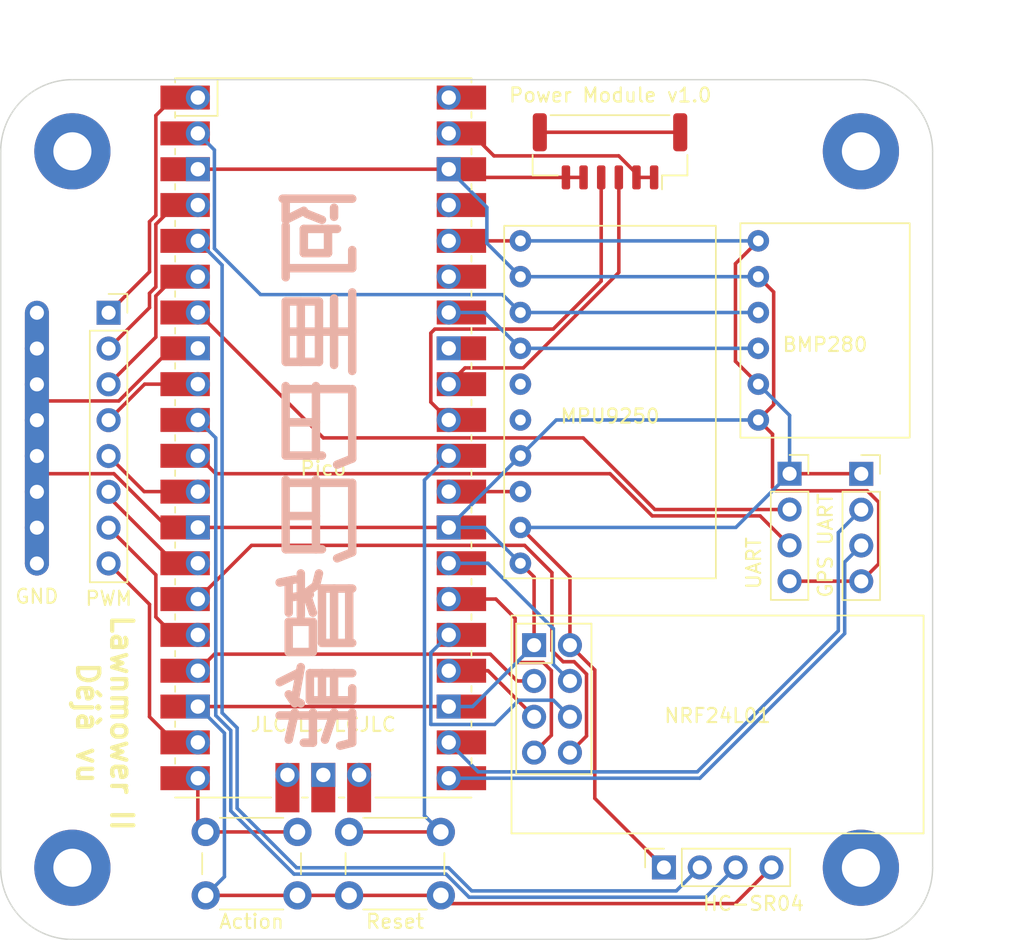
<source format=kicad_pcb>
(kicad_pcb (version 20211014) (generator pcbnew)
  (title_block (title "Lawnmower Deja vu"))
  (layers (0 "F.Cu" signal) (31 "B.Cu" signal) (34 "B.Paste" user) (35 "F.Paste" user) (36 "B.SilkS" user "B.Silkscreen") (37 "F.SilkS" user "F.Silkscreen") (38 "B.Mask" user) (39 "F.Mask" user) (44 "Edge.Cuts" user))
  (net 0 "")
  (net 1 "Net-(J4-Pad2)")
  (net 2 "Net-(J5-Pad3)")
  (net 3 "GND")
  (net 4 "+3.3V")
  (net 5 "Net-(U1-Pad15)")
  (net 6 "Net-(U1-Pad17)")
  (net 7 "Net-(J5-Pad1)")
  (net 8 "SCL")
  (net 9 "Net-(J6-Pad2)")
  (net 10 "Net-(J3-Pad2)")
  (net 11 "Net-(J6-Pad3)")
  (net 12 "Net-(U1-Pad26)")
  (net 13 "Net-(U1-Pad24)")
  (net 14 "Net-(U1-Pad25)")
  (net 15 "Net-(U1-Pad29)")
  (net 16 "Net-(J3-Pad3)")
  (net 18 "Net-(J4-Pad3)")
  (net 21 "Net-(U1-Pad27)")
  (net 26 "Net-(SW1-Pad1)")
  (net 27 "SDA")
  (net 28 "Net-(J2-Pad2)")
  (net 29 "Net-(J2-Pad3)")
  (net 32 "Net-(J3-Pad1)")
  (net 33 "Net-(J3-Pad4)")
  (net 34 "Net-(J3-Pad5)")
  (net 35 "Net-(J3-Pad6)")
  (net 36 "Net-(J3-Pad7)")
  (net 37 "Net-(J3-Pad8)")
  (net 38 "Net-(J5-Pad4)")
  (net 39 "unconnected-(J5-PadMP)")
  (net 40 "Net-(SW2-Pad1)")
  (footprint "MCU_RaspberryPi_and_Boards:BMP280" (layer "F.Cu") (at 180.34 66.04)
    (fp_text reference "U4" hide)
    (fp_text value "BMP280" (at 0 1 unlocked) (layer "F.SilkS"))
    (fp_rect (start -6 -7.6) (end 6 7.6) (layer "F.SilkS") (width 0.12) (fill none))
    (pad "1" thru_hole circle (at -4.73 -6.35) (size 1.524 1.524) (drill 0.762) (layers *.Cu *.Mask) (net 4 "+3.3V"))
    (pad "2" thru_hole circle (at -4.73 -3.81) (size 1.524 1.524) (drill 0.762) (layers *.Cu *.Mask) (net 3 "GND"))
    (pad "3" thru_hole circle (at -4.73 -1.27) (size 1.524 1.524) (drill 0.762) (layers *.Cu *.Mask) (net 8 "SCL"))
    (pad "4" thru_hole circle (at -4.73 1.27) (size 1.524 1.524) (drill 0.762) (layers *.Cu *.Mask) (net 27 "SDA"))
    (pad "5" thru_hole circle (at -4.73 3.81) (size 1.524 1.524) (drill 0.762) (layers *.Cu *.Mask) (net 4 "+3.3V"))
    (pad "6" thru_hole circle (at -4.73 6.35) (size 1.524 1.524) (drill 0.762) (layers *.Cu *.Mask) (net 3 "GND"))
  )
  (footprint "MountingHole:MountingHole_2.7mm_Pad" (layer "F.Cu") (at 127 104.14)
    (fp_text reference "REF**" hide)
    (fp_text value "MountingHole_2.7mm_Pad" hide)
    (pad "1" thru_hole circle locked (at 0 0) (size 5.4 5.4) (drill 2.7) (layers *.Cu *.Mask))
  )
  (footprint "Connector_JST:JST_GH_SM06B-GHS-TB_1x06-1MP_P1.25mm_Horizontal" (layer "F.Cu") (at 165.1 53.34 180)
    (fp_text reference "J5" hide)
    (fp_text value "Power Module v1.0" (at -0.020318 3.982491) (layer "F.SilkS"))
    (fp_line (start -5.485 -1.71) (end -3.685 -1.71) (layer "F.SilkS") (width 0.12))
    (fp_line (start -3.685 -1.71) (end -3.685 -2.7) (layer "F.SilkS") (width 0.12))
    (fp_line (start -4.215 2.56) (end 4.215 2.56) (layer "F.SilkS") (width 0.12))
    (fp_line (start -5.485 -0.26) (end -5.485 -1.71) (layer "F.SilkS") (width 0.12))
    (fp_line (start 5.485 -1.71) (end 3.685 -1.71) (layer "F.SilkS") (width 0.12))
    (fp_line (start 5.485 -0.26) (end 5.485 -1.71) (layer "F.SilkS") (width 0.12))
    (pad "1" smd roundrect (at -3.125 -1.85 180) (size 0.6 1.7) (layers "F.Cu" "F.Paste" "F.Mask") (net 7 "Net-(J5-Pad1)"))
    (pad "2" smd roundrect (at -1.875 -1.85 180) (size 0.6 1.7) (layers "F.Cu" "F.Paste" "F.Mask") (net 7 "Net-(J5-Pad1)"))
    (pad "3" smd roundrect (at -0.625 -1.85 180) (size 0.6 1.7) (layers "F.Cu" "F.Paste" "F.Mask") (net 2 "Net-(J5-Pad3)"))
    (pad "4" smd roundrect (at 0.625 -1.85 180) (size 0.6 1.7) (layers "F.Cu" "F.Paste" "F.Mask") (net 38 "Net-(J5-Pad4)"))
    (pad "5" smd roundrect (at 1.875 -1.85 180) (size 0.6 1.7) (layers "F.Cu" "F.Paste" "F.Mask") (net 3 "GND"))
    (pad "6" smd roundrect (at 3.125 -1.85 180) (size 0.6 1.7) (layers "F.Cu" "F.Paste" "F.Mask") (net 3 "GND"))
    (pad "MP" smd roundrect (at -4.975 1.35 180) (size 1 2.7) (layers "F.Cu" "F.Paste" "F.Mask") (net 39 "unconnected-(J5-PadMP)"))
    (pad "MP" smd roundrect (at 4.975 1.35 180) (size 1 2.7) (layers "F.Cu" "F.Paste" "F.Mask") (net 39 "unconnected-(J5-PadMP)"))
  )
  (footprint "Connector_PinSocket_2.54mm:PinSocket_1x04_P2.54mm_Vertical" (layer "F.Cu") (at 177.825 76.2)
    (fp_text reference "J6" hide)
    (fp_text value "UART" (at -2.54 6.34 90) (layer "F.SilkS"))
    (fp_line (start 1.33 -1.33) (end 1.33 0) (layer "F.SilkS") (width 0.12))
    (fp_line (start -1.33 1.27) (end -1.33 8.95) (layer "F.SilkS") (width 0.12))
    (fp_line (start 1.33 1.27) (end 1.33 8.95) (layer "F.SilkS") (width 0.12))
    (fp_line (start 0 -1.33) (end 1.33 -1.33) (layer "F.SilkS") (width 0.12))
    (fp_line (start -1.33 1.27) (end 1.33 1.27) (layer "F.SilkS") (width 0.12))
    (fp_line (start -1.33 8.95) (end 1.33 8.95) (layer "F.SilkS") (width 0.12))
    (pad "1" thru_hole rect (at 0 0) (size 1.7 1.7) (drill 1) (layers *.Cu *.Mask) (net 4 "+3.3V"))
    (pad "2" thru_hole oval (at 0 2.54) (size 1.7 1.7) (drill 1) (layers *.Cu *.Mask) (net 9 "Net-(J6-Pad2)"))
    (pad "3" thru_hole oval (at 0 5.08) (size 1.7 1.7) (drill 1) (layers *.Cu *.Mask) (net 11 "Net-(J6-Pad3)"))
    (pad "4" thru_hole oval (at 0 7.62) (size 1.7 1.7) (drill 1) (layers *.Cu *.Mask) (net 3 "GND"))
  )
  (footprint "Button_Switch_THT:SW_PUSH_6mm_H8mm" (layer "F.Cu") (at 136.45 101.6)
    (fp_text reference "SW2" hide)
    (fp_text value "Action" (at 3.25 6.35) (layer "F.SilkS"))
    (fp_line (start -0.25 1.5) (end -0.25 3) (layer "F.SilkS") (width 0.12))
    (fp_line (start 6.75 3) (end 6.75 1.5) (layer "F.SilkS") (width 0.12))
    (fp_line (start 5.5 -1) (end 1 -1) (layer "F.SilkS") (width 0.12))
    (fp_line (start 1 5.5) (end 5.5 5.5) (layer "F.SilkS") (width 0.12))
    (pad "1" thru_hole circle locked (at 6.5 0 90) (size 2 2) (drill 1.1) (layers *.Cu *.Mask) (net 40 "Net-(SW2-Pad1)"))
    (pad "1" thru_hole circle locked (at 0 0 90) (size 2 2) (drill 1.1) (layers *.Cu *.Mask) (net 40 "Net-(SW2-Pad1)"))
    (pad "2" thru_hole circle locked (at 6.5 4.5 90) (size 2 2) (drill 1.1) (layers *.Cu *.Mask) (net 3 "GND"))
    (pad "2" thru_hole circle locked (at 0 4.5 90) (size 2 2) (drill 1.1) (layers *.Cu *.Mask) (net 3 "GND"))
  )
  (footprint "Connector_PinSocket_2.54mm:PinSocket_1x08_P2.54mm_Vertical" (layer "F.Cu") (at 129.565 64.785)
    (fp_text reference "J3" hide)
    (fp_text value "PWM" (at 0.009802 20.258339) (layer "F.SilkS"))
    (fp_line (start 1.33 -1.33) (end 1.33 0) (layer "F.SilkS") (width 0.12))
    (fp_line (start -1.33 1.27) (end -1.33 19.11) (layer "F.SilkS") (width 0.12))
    (fp_line (start -1.33 1.27) (end 1.33 1.27) (layer "F.SilkS") (width 0.12))
    (fp_line (start -1.33 19.11) (end 1.33 19.11) (layer "F.SilkS") (width 0.12))
    (fp_line (start 0 -1.33) (end 1.33 -1.33) (layer "F.SilkS") (width 0.12))
    (fp_line (start 1.33 1.27) (end 1.33 19.11) (layer "F.SilkS") (width 0.12))
    (pad "1" thru_hole rect (at 0 0) (size 1.7 1.7) (drill 1) (layers *.Cu *.Mask) (net 32 "Net-(J3-Pad1)"))
    (pad "2" thru_hole oval (at 0 2.54) (size 1.7 1.7) (drill 1) (layers *.Cu *.Mask) (net 10 "Net-(J3-Pad2)"))
    (pad "3" thru_hole oval (at 0 5.08) (size 1.7 1.7) (drill 1) (layers *.Cu *.Mask) (net 16 "Net-(J3-Pad3)"))
    (pad "4" thru_hole oval (at 0 7.62) (size 1.7 1.7) (drill 1) (layers *.Cu *.Mask) (net 33 "Net-(J3-Pad4)"))
    (pad "5" thru_hole oval (at 0 10.16) (size 1.7 1.7) (drill 1) (layers *.Cu *.Mask) (net 34 "Net-(J3-Pad5)"))
    (pad "6" thru_hole oval (at 0 12.7) (size 1.7 1.7) (drill 1) (layers *.Cu *.Mask) (net 35 "Net-(J3-Pad6)"))
    (pad "7" thru_hole oval (at 0 15.24) (size 1.7 1.7) (drill 1) (layers *.Cu *.Mask) (net 36 "Net-(J3-Pad7)"))
    (pad "8" thru_hole oval (at 0 17.78) (size 1.7 1.7) (drill 1) (layers *.Cu *.Mask) (net 37 "Net-(J3-Pad8)"))
  )
  (footprint "Connector_PinSocket_2.54mm:PinSocket_1x04_P2.54mm_Vertical" (layer "F.Cu") (at 168.92 104.115 90)
    (fp_text reference "J2" hide)
    (fp_text value "HC-SR04" (at -2.565 6.34 180) (layer "F.SilkS"))
    (fp_line (start -1.33 8.95) (end 1.33 8.95) (layer "F.SilkS") (width 0.12))
    (fp_line (start 1.33 1.27) (end 1.33 8.95) (layer "F.SilkS") (width 0.12))
    (fp_line (start -1.33 1.27) (end -1.33 8.95) (layer "F.SilkS") (width 0.12))
    (fp_line (start -1.33 1.27) (end 1.33 1.27) (layer "F.SilkS") (width 0.12))
    (fp_line (start 1.33 -1.33) (end 1.33 0) (layer "F.SilkS") (width 0.12))
    (fp_line (start 0 -1.33) (end 1.33 -1.33) (layer "F.SilkS") (width 0.12))
    (pad "1" thru_hole rect (at 0 0 90) (size 1.7 1.7) (drill 1) (layers *.Cu *.Mask) (net 4 "+3.3V"))
    (pad "2" thru_hole oval (at 0 2.54 90) (size 1.7 1.7) (drill 1) (layers *.Cu *.Mask) (net 28 "Net-(J2-Pad2)"))
    (pad "3" thru_hole oval (at 0 5.08 90) (size 1.7 1.7) (drill 1) (layers *.Cu *.Mask) (net 29 "Net-(J2-Pad3)"))
    (pad "4" thru_hole oval (at 0 7.62 90) (size 1.7 1.7) (drill 1) (layers *.Cu *.Mask) (net 3 "GND"))
  )
  (footprint "MountingHole:MountingHole_2.7mm_Pad" (layer "F.Cu") (at 127 53.34)
    (fp_text reference "REF**" hide)
    (fp_text value "MountingHole_2.7mm_Pad" hide)
    (pad "1" thru_hole circle locked (at 0 0) (size 5.4 5.4) (drill 2.7) (layers *.Cu *.Mask))
  )
  (footprint "MCU_RaspberryPi_and_Boards:MPU9250" (layer "F.Cu") (at 165.1 71.12)
    (fp_text reference "U3" hide)
    (fp_text value "MPU9250" (at 0 1 unlocked) (layer "F.SilkS"))
    (fp_rect (start 7.5 12.5) (end -7.5 -12.5) (layer "F.SilkS") (width 0.12) (fill none))
    (pad "1" thru_hole circle (at -6.35 -11.43) (size 1.524 1.524) (drill 0.762) (layers *.Cu *.Mask) (net 4 "+3.3V"))
    (pad "2" thru_hole circle (at -6.35 -8.89) (size 1.524 1.524) (drill 0.762) (layers *.Cu *.Mask) (net 3 "GND"))
    (pad "3" thru_hole circle (at -6.35 -6.35) (size 1.524 1.524) (drill 0.762) (layers *.Cu *.Mask) (net 8 "SCL"))
    (pad "4" thru_hole circle (at -6.35 -3.81) (size 1.524 1.524) (drill 0.762) (layers *.Cu *.Mask) (net 27 "SDA"))
    (pad "5" thru_hole circle (at -6.35 -1.27) (size 1.524 1.524) (drill 0.762) (layers *.Cu *.Mask))
    (pad "6" thru_hole circle (at -6.35 1.27) (size 1.524 1.524) (drill 0.762) (layers *.Cu *.Mask))
    (pad "7" thru_hole circle (at -6.35 3.81) (size 1.524 1.524) (drill 0.762) (layers *.Cu *.Mask) (net 3 "GND"))
    (pad "8" thru_hole circle (at -6.35 6.35) (size 1.524 1.524) (drill 0.762) (layers *.Cu *.Mask) (net 15 "Net-(U1-Pad29)"))
    (pad "9" thru_hole circle (at -6.35 8.89) (size 1.524 1.524) (drill 0.762) (layers *.Cu *.Mask) (net 4 "+3.3V"))
    (pad "10" thru_hole circle (at -6.35 11.43) (size 1.524 1.524) (drill 0.762) (layers *.Cu *.Mask) (net 3 "GND"))
  )
  (footprint "MountingHole:MountingHole_2.7mm_Pad" (layer "F.Cu") (at 182.88 104.14)
    (fp_text reference "REF**" hide)
    (fp_text value "MountingHole_2.7mm_Pad")
    (pad "1" thru_hole circle locked (at 0 0) (size 5.4 5.4) (drill 2.7) (layers *.Cu *.Mask))
  )
  (footprint "MCU_RaspberryPi_and_Boards:PowerRail8" (layer "F.Cu") (at 124.485 59.705)
    (fp_text reference "J1" hide)
    (fp_text value "GND" (at -0.001284 25.192044 unlocked) (layer "F.SilkS"))
    (pad "1" thru_hole circle (at 0 15.24) (size 1.7 1.7) (drill 1) (layers *.Cu *.Mask) (net 3 "GND"))
    (pad "1" thru_hole circle (at 0 7.62) (size 1.7 1.7) (drill 1) (layers *.Cu *.Mask) (net 3 "GND"))
    (pad "1" thru_hole circle (at 0 12.7) (size 1.7 1.7) (drill 1) (layers *.Cu *.Mask) (net 3 "GND"))
    (pad "1" thru_hole circle (at 0 20.32) (size 1.7 1.7) (drill 1) (layers *.Cu *.Mask) (net 3 "GND"))
    (pad "1" thru_hole roundrect (at 0 5.08) (size 1.7 19.48) (drill 1 (offset 0 8.89)) (layers *.Cu *.Mask) (roundrect_rratio 0.5) (net 3 "GND"))
    (pad "1" thru_hole circle (at 0 17.78) (size 1.7 1.7) (drill 1) (layers *.Cu *.Mask) (net 3 "GND"))
    (pad "1" thru_hole circle (at 0 22.86) (size 1.7 1.7) (drill 1) (layers *.Cu *.Mask) (net 3 "GND"))
    (pad "1" thru_hole circle (at 0 10.16) (size 1.7 1.7) (drill 1) (layers *.Cu *.Mask) (net 3 "GND"))
  )
  (footprint "MCU_RaspberryPi_and_Boards:RPi_Pico_SMD_TH" (layer "F.Cu") (at 144.78 73.66)
    (fp_text reference "U1" hide)
    (fp_text value "Pico" (at 0 2.159) (layer "F.SilkS"))
    (fp_line (start -10.5 -10.4) (end -10.5 -10) (layer "F.SilkS") (width 0.12))
    (fp_line (start -10.5 -12.9) (end -10.5 -12.5) (layer "F.SilkS") (width 0.12))
    (fp_line (start 10.5 -10.4) (end 10.5 -10) (layer "F.SilkS") (width 0.12))
    (fp_line (start -10.5 17.6) (end -10.5 18) (layer "F.SilkS") (width 0.12))
    (fp_line (start -10.5 4.9) (end -10.5 5.3) (layer "F.SilkS") (width 0.12))
    (fp_line (start 10.5 15.1) (end 10.5 15.5) (layer "F.SilkS") (width 0.12))
    (fp_line (start -1.5 25.5) (end -1.1 25.5) (layer "F.SilkS") (width 0.12))
    (fp_line (start -10.5 7.4) (end -10.5 7.8) (layer "F.SilkS") (width 0.12))
    (fp_line (start -10.5 -20.5) (end -10.5 -20.1) (layer "F.SilkS") (width 0.12))
    (fp_line (start 10.5 -23.1) (end 10.5 -22.7) (layer "F.SilkS") (width 0.12))
    (fp_line (start -10.5 20.1) (end -10.5 20.5) (layer "F.SilkS") (width 0.12))
    (fp_line (start -3.7 25.5) (end -10.5 25.5) (layer "F.SilkS") (width 0.12))
    (fp_line (start -10.5 -2.7) (end -10.5 -2.3) (layer "F.SilkS") (width 0.12))
    (fp_line (start 10.5 10) (end 10.5 10.4) (layer "F.SilkS") (width 0.12))
    (fp_line (start -7.493 -22.833) (end -7.493 -25.5) (layer "F.SilkS") (width 0.12))
    (fp_line (start 10.5 -20.5) (end 10.5 -20.1) (layer "F.SilkS") (width 0.12))
    (fp_line (start 10.5 25.5) (end 3.7 25.5) (layer "F.SilkS") (width 0.12))
    (fp_line (start 10.5 17.6) (end 10.5 18) (layer "F.SilkS") (width 0.12))
    (fp_line (start 10.5 2.3) (end 10.5 2.7) (layer "F.SilkS") (width 0.12))
    (fp_line (start 10.5 -25.5) (end 10.5 -25.2) (layer "F.SilkS") (width 0.12))
    (fp_line (start 10.5 4.9) (end 10.5 5.3) (layer "F.SilkS") (width 0.12))
    (fp_line (start 10.5 -18) (end 10.5 -17.6) (layer "F.SilkS") (width 0.12))
    (fp_line (start 10.5 -0.2) (end 10.5 0.2) (layer "F.SilkS") (width 0.12))
    (fp_line (start -10.5 -0.2) (end -10.5 0.2) (layer "F.SilkS") (width 0.12))
    (fp_line (start -10.5 -7.8) (end -10.5 -7.4) (layer "F.SilkS") (width 0.12))
    (fp_line (start -10.5 12.5) (end -10.5 12.9) (layer "F.SilkS") (width 0.12))
    (fp_line (start -10.5 22.7) (end -10.5 23.1) (layer "F.SilkS") (width 0.12))
    (fp_line (start -10.5 -15.4) (end -10.5 -15) (layer "F.SilkS") (width 0.12))
    (fp_line (start -10.5 -18) (end -10.5 -17.6) (layer "F.SilkS") (width 0.12))
    (fp_line (start 10.5 -15.4) (end 10.5 -15) (layer "F.SilkS") (width 0.12))
    (fp_line (start 10.5 -7.8) (end 10.5 -7.4) (layer "F.SilkS") (width 0.12))
    (fp_line (start 10.5 -12.9) (end 10.5 -12.5) (layer "F.SilkS") (width 0.12))
    (fp_line (start -10.5 10) (end -10.5 10.4) (layer "F.SilkS") (width 0.12))
    (fp_line (start -10.5 -5.3) (end -10.5 -4.9) (layer "F.SilkS") (width 0.12))
    (fp_line (start -10.5 -22.833) (end -7.493 -22.833) (layer "F.SilkS") (width 0.12))
    (fp_line (start -10.5 -23.1) (end -10.5 -22.7) (layer "F.SilkS") (width 0.12))
    (fp_line (start 10.5 7.4) (end 10.5 7.8) (layer "F.SilkS") (width 0.12))
    (fp_line (start 1.1 25.5) (end 1.5 25.5) (layer "F.SilkS") (width 0.12))
    (fp_line (start -10.5 -25.5) (end -10.5 -25.2) (layer "F.SilkS") (width 0.12))
    (fp_line (start 10.5 -2.7) (end 10.5 -2.3) (layer "F.SilkS") (width 0.12))
    (fp_line (start -10.5 15.1) (end -10.5 15.5) (layer "F.SilkS") (width 0.12))
    (fp_line (start -10.5 -25.5) (end 10.5 -25.5) (layer "F.SilkS") (width 0.12))
    (fp_line (start 10.5 20.1) (end 10.5 20.5) (layer "F.SilkS") (width 0.12))
    (fp_line (start 10.5 22.7) (end 10.5 23.1) (layer "F.SilkS") (width 0.12))
    (fp_line (start -10.5 2.3) (end -10.5 2.7) (layer "F.SilkS") (width 0.12))
    (fp_line (start 10.5 -5.3) (end 10.5 -4.9) (layer "F.SilkS") (width 0.12))
    (fp_line (start 10.5 12.5) (end 10.5 12.9) (layer "F.SilkS") (width 0.12))
    (pad "" np_thru_hole oval locked (at 2.425 -20.97) (size 1.5 1.5) (drill 1.5) (layers *.Cu *.Mask))
    (pad "" np_thru_hole oval locked (at -2.725 -24) (size 1.8 1.8) (drill 1.8) (layers *.Cu *.Mask))
    (pad "" np_thru_hole oval locked (at 2.725 -24) (size 1.8 1.8) (drill 1.8) (layers *.Cu *.Mask))
    (pad "" np_thru_hole oval locked (at -2.425 -20.97) (size 1.5 1.5) (drill 1.5) (layers *.Cu *.Mask))
    (pad "1" thru_hole oval locked (at -8.89 -24.13) (size 1.7 1.7) (drill 1.02) (layers *.Cu *.Mask) (net 32 "Net-(J3-Pad1)"))
    (pad "1" smd rect locked (at -8.89 -24.13) (size 3.5 1.7) (drill (offset -0.9 0)) (layers "F.Cu" "F.Mask") (net 32 "Net-(J3-Pad1)"))
    (pad "2" smd rect locked (at -8.89 -21.59) (size 3.5 1.7) (drill (offset -0.9 0)) (layers "F.Cu" "F.Mask") (net 8 "SCL"))
    (pad "2" thru_hole oval locked (at -8.89 -21.59) (size 1.7 1.7) (drill 1.02) (layers *.Cu *.Mask) (net 8 "SCL"))
    (pad "3" thru_hole rect locked (at -8.89 -19.05) (size 1.7 1.7) (drill 1.02) (layers *.Cu *.Mask) (net 3 "GND"))
    (pad "3" smd rect locked (at -8.89 -19.05) (size 3.5 1.7) (drill (offset -0.9 0)) (layers "F.Cu" "F.Mask") (net 3 "GND"))
    (pad "4" thru_hole oval locked (at -8.89 -16.51) (size 1.7 1.7) (drill 1.02) (layers *.Cu *.Mask) (net 10 "Net-(J3-Pad2)"))
    (pad "4" smd rect locked (at -8.89 -16.51) (size 3.5 1.7) (drill (offset -0.9 0)) (layers "F.Cu" "F.Mask") (net 10 "Net-(J3-Pad2)"))
    (pad "5" smd rect locked (at -8.89 -13.97) (size 3.5 1.7) (drill (offset -0.9 0)) (layers "F.Cu" "F.Mask") (net 28 "Net-(J2-Pad2)"))
    (pad "5" thru_hole oval locked (at -8.89 -13.97) (size 1.7 1.7) (drill 1.02) (layers *.Cu *.Mask) (net 28 "Net-(J2-Pad2)"))
    (pad "6" thru_hole oval locked (at -8.89 -11.43) (size 1.7 1.7) (drill 1.02) (layers *.Cu *.Mask) (net 16 "Net-(J3-Pad3)"))
    (pad "6" smd rect locked (at -8.89 -11.43) (size 3.5 1.7) (drill (offset -0.9 0)) (layers "F.Cu" "F.Mask") (net 16 "Net-(J3-Pad3)"))
    (pad "7" smd rect locked (at -8.89 -8.89) (size 3.5 1.7) (drill (offset -0.9 0)) (layers "F.Cu" "F.Mask") (net 9 "Net-(J6-Pad2)"))
    (pad "7" thru_hole oval locked (at -8.89 -8.89) (size 1.7 1.7) (drill 1.02) (layers *.Cu *.Mask) (net 9 "Net-(J6-Pad2)"))
    (pad "8" thru_hole rect locked (at -8.89 -6.35) (size 1.7 1.7) (drill 1.02) (layers *.Cu *.Mask) (net 3 "GND"))
    (pad "8" smd rect locked (at -8.89 -6.35) (size 3.5 1.7) (drill (offset -0.9 0)) (layers "F.Cu" "F.Mask") (net 3 "GND"))
    (pad "9" smd rect locked (at -8.89 -3.81) (size 3.5 1.7) (drill (offset -0.9 0)) (layers "F.Cu" "F.Mask") (net 33 "Net-(J3-Pad4)"))
    (pad "9" thru_hole oval locked (at -8.89 -3.81) (size 1.7 1.7) (drill 1.02) (layers *.Cu *.Mask) (net 33 "Net-(J3-Pad4)"))
    (pad "10" thru_hole oval locked (at -8.89 -1.27) (size 1.7 1.7) (drill 1.02) (layers *.Cu *.Mask) (net 29 "Net-(J2-Pad3)"))
    (pad "10" smd rect locked (at -8.89 -1.27) (size 3.5 1.7) (drill (offset -0.9 0)) (layers "F.Cu" "F.Mask") (net 29 "Net-(J2-Pad3)"))
    (pad "11" thru_hole oval locked (at -8.89 1.27) (size 1.7 1.7) (drill 1.02) (layers *.Cu *.Mask) (net 11 "Net-(J6-Pad3)"))
    (pad "11" smd rect locked (at -8.89 1.27) (size 3.5 1.7) (drill (offset -0.9 0)) (layers "F.Cu" "F.Mask") (net 11 "Net-(J6-Pad3)"))
    (pad "12" smd rect locked (at -8.89 3.81) (size 3.5 1.7) (drill (offset -0.9 0)) (layers "F.Cu" "F.Mask") (net 34 "Net-(J3-Pad5)"))
    (pad "12" thru_hole oval locked (at -8.89 3.81) (size 1.7 1.7) (drill 1.02) (layers *.Cu *.Mask) (net 34 "Net-(J3-Pad5)"))
    (pad "13" thru_hole rect locked (at -8.89 6.35) (size 1.7 1.7) (drill 1.02) (layers *.Cu *.Mask) (net 3 "GND"))
    (pad "13" smd rect locked (at -8.89 6.35) (size 3.5 1.7) (drill (offset -0.9 0)) (layers "F.Cu" "F.Mask") (net 3 "GND"))
    (pad "14" thru_hole oval locked (at -8.89 8.89) (size 1.7 1.7) (drill 1.02) (layers *.Cu *.Mask) (net 35 "Net-(J3-Pad6)"))
    (pad "14" smd rect locked (at -8.89 8.89) (size 3.5 1.7) (drill (offset -0.9 0)) (layers "F.Cu" "F.Mask") (net 35 "Net-(J3-Pad6)"))
    (pad "15" smd rect locked (at -8.89 11.43) (size 3.5 1.7) (drill (offset -0.9 0)) (layers "F.Cu" "F.Mask") (net 5 "Net-(U1-Pad15)"))
    (pad "15" thru_hole oval locked (at -8.89 11.43) (size 1.7 1.7) (drill 1.02) (layers *.Cu *.Mask) (net 5 "Net-(U1-Pad15)"))
    (pad "16" smd rect locked (at -8.89 13.97) (size 3.5 1.7) (drill (offset -0.9 0)) (layers "F.Cu" "F.Mask") (net 36 "Net-(J3-Pad7)"))
    (pad "16" thru_hole oval locked (at -8.89 13.97) (size 1.7 1.7) (drill 1.02) (layers *.Cu *.Mask) (net 36 "Net-(J3-Pad7)"))
    (pad "17" thru_hole oval locked (at -8.89 16.51) (size 1.7 1.7) (drill 1.02) (layers *.Cu *.Mask) (net 6 "Net-(U1-Pad17)"))
    (pad "17" smd rect locked (at -8.89 16.51) (size 3.5 1.7) (drill (offset -0.9 0)) (layers "F.Cu" "F.Mask") (net 6 "Net-(U1-Pad17)"))
    (pad "18" smd rect locked (at -8.89 19.05) (size 3.5 1.7) (drill (offset -0.9 0)) (layers "F.Cu" "F.Mask") (net 3 "GND"))
    (pad "18" thru_hole rect locked (at -8.89 19.05) (size 1.7 1.7) (drill 1.02) (layers *.Cu *.Mask) (net 3 "GND"))
    (pad "19" thru_hole oval locked (at -8.89 21.59) (size 1.7 1.7) (drill 1.02) (layers *.Cu *.Mask) (net 37 "Net-(J3-Pad8)"))
    (pad "19" smd rect locked (at -8.89 21.59) (size 3.5 1.7) (drill (offset -0.9 0)) (layers "F.Cu" "F.Mask") (net 37 "Net-(J3-Pad8)"))
    (pad "20" smd rect locked (at -8.89 24.13) (size 3.5 1.7) (drill (offset -0.9 0)) (layers "F.Cu" "F.Mask") (net 40 "Net-(SW2-Pad1)"))
    (pad "20" thru_hole oval locked (at -8.89 24.13) (size 1.7 1.7) (drill 1.02) (layers *.Cu *.Mask) (net 40 "Net-(SW2-Pad1)"))
    (pad "21" smd rect locked (at 8.89 24.13) (size 3.5 1.7) (drill (offset 0.9 0)) (layers "F.Cu" "F.Mask") (net 18 "Net-(J4-Pad3)"))
    (pad "21" thru_hole oval locked (at 8.89 24.13) (size 1.7 1.7) (drill 1.02) (layers *.Cu *.Mask) (net 18 "Net-(J4-Pad3)"))
    (pad "22" smd rect locked (at 8.89 21.59) (size 3.5 1.7) (drill (offset 0.9 0)) (layers "F.Cu" "F.Mask") (net 1 "Net-(J4-Pad2)"))
    (pad "22" thru_hole oval locked (at 8.89 21.59) (size 1.7 1.7) (drill 1.02) (layers *.Cu *.Mask) (net 1 "Net-(J4-Pad2)"))
    (pad "23" thru_hole rect locked (at 8.89 19.05) (size 1.7 1.7) (drill 1.02) (layers *.Cu *.Mask) (net 3 "GND"))
    (pad "23" smd rect locked (at 8.89 19.05) (size 3.5 1.7) (drill (offset 0.9 0)) (layers "F.Cu" "F.Mask") (net 3 "GND"))
    (pad "24" thru_hole oval locked (at 8.89 16.51) (size 1.7 1.7) (drill 1.02) (layers *.Cu *.Mask) (net 13 "Net-(U1-Pad24)"))
    (pad "24" smd rect locked (at 8.89 16.51) (size 3.5 1.7) (drill (offset 0.9 0)) (layers "F.Cu" "F.Mask") (net 13 "Net-(U1-Pad24)"))
    (pad "25" smd rect locked (at 8.89 13.97) (size 3.5 1.7) (drill (offset 0.9 0)) (layers "F.Cu" "F.Mask") (net 14 "Net-(U1-Pad25)"))
    (pad "25" thru_hole oval locked (at 8.89 13.97) (size 1.7 1.7) (drill 1.02) (layers *.Cu *.Mask) (net 14 "Net-(U1-Pad25)"))
    (pad "26" smd rect locked (at 8.89 11.43) (size 3.5 1.7) (drill (offset 0.9 0)) (layers "F.Cu" "F.Mask") (net 12 "Net-(U1-Pad26)"))
    (pad "26" thru_hole oval locked (at 8.89 11.43) (size 1.7 1.7) (drill 1.02) (layers *.Cu *.Mask) (net 12 "Net-(U1-Pad26)"))
    (pad "27" thru_hole oval locked (at 8.89 8.89) (size 1.7 1.7) (drill 1.02) (layers *.Cu *.Mask) (net 21 "Net-(U1-Pad27)"))
    (pad "27" smd rect locked (at 8.89 8.89) (size 3.5 1.7) (drill (offset 0.9 0)) (layers "F.Cu" "F.Mask") (net 21 "Net-(U1-Pad27)"))
    (pad "28" smd rect locked (at 8.89 6.35) (size 3.5 1.7) (drill (offset 0.9 0)) (layers "F.Cu" "F.Mask") (net 3 "GND"))
    (pad "28" thru_hole rect locked (at 8.89 6.35) (size 1.7 1.7) (drill 1.02) (layers *.Cu *.Mask) (net 3 "GND"))
    (pad "29" thru_hole oval locked (at 8.89 3.81) (size 1.7 1.7) (drill 1.02) (layers *.Cu *.Mask) (net 15 "Net-(U1-Pad29)"))
    (pad "29" smd rect locked (at 8.89 3.81) (size 3.5 1.7) (drill (offset 0.9 0)) (layers "F.Cu" "F.Mask") (net 15 "Net-(U1-Pad29)"))
    (pad "30" thru_hole oval locked (at 8.89 1.27) (size 1.7 1.7) (drill 1.02) (layers *.Cu *.Mask) (net 26 "Net-(SW1-Pad1)"))
    (pad "30" smd rect locked (at 8.89 1.27) (size 3.5 1.7) (drill (offset 0.9 0)) (layers "F.Cu" "F.Mask") (net 26 "Net-(SW1-Pad1)"))
    (pad "31" smd rect locked (at 8.89 -1.27) (size 3.5 1.7) (drill (offset 0.9 0)) (layers "F.Cu" "F.Mask") (net 38 "Net-(J5-Pad4)"))
    (pad "31" thru_hole oval locked (at 8.89 -1.27) (size 1.7 1.7) (drill 1.02) (layers *.Cu *.Mask) (net 38 "Net-(J5-Pad4)"))
    (pad "32" smd rect locked (at 8.89 -3.81) (size 3.5 1.7) (drill (offset 0.9 0)) (layers "F.Cu" "F.Mask") (net 2 "Net-(J5-Pad3)"))
    (pad "32" thru_hole oval locked (at 8.89 -3.81) (size 1.7 1.7) (drill 1.02) (layers *.Cu *.Mask) (net 2 "Net-(J5-Pad3)"))
    (pad "33" thru_hole rect locked (at 8.89 -6.35) (size 1.7 1.7) (drill 1.02) (layers *.Cu *.Mask))
    (pad "33" smd rect locked (at 8.89 -6.35) (size 3.5 1.7) (drill (offset 0.9 0)) (layers "F.Cu" "F.Mask"))
    (pad "34" smd rect locked (at 8.89 -8.89) (size 3.5 1.7) (drill (offset 0.9 0)) (layers "F.Cu" "F.Mask") (net 27 "SDA"))
    (pad "34" thru_hole oval locked (at 8.89 -8.89) (size 1.7 1.7) (drill 1.02) (layers *.Cu *.Mask) (net 27 "SDA"))
    (pad "35" thru_hole oval locked (at 8.89 -11.43) (size 1.7 1.7) (drill 1.02) (layers *.Cu *.Mask))
    (pad "35" smd rect locked (at 8.89 -11.43) (size 3.5 1.7) (drill (offset 0.9 0)) (layers "F.Cu" "F.Mask"))
    (pad "36" smd rect locked (at 8.89 -13.97) (size 3.5 1.7) (drill (offset 0.9 0)) (layers "F.Cu" "F.Mask") (net 4 "+3.3V"))
    (pad "36" thru_hole oval locked (at 8.89 -13.97) (size 1.7 1.7) (drill 1.02) (layers *.Cu *.Mask) (net 4 "+3.3V"))
    (pad "37" thru_hole oval locked (at 8.89 -16.51) (size 1.7 1.7) (drill 1.02) (layers *.Cu *.Mask))
    (pad "37" smd rect locked (at 8.89 -16.51) (size 3.5 1.7) (drill (offset 0.9 0)) (layers "F.Cu" "F.Mask"))
    (pad "38" smd rect locked (at 8.89 -19.05) (size 3.5 1.7) (drill (offset 0.9 0)) (layers "F.Cu" "F.Mask") (net 3 "GND"))
    (pad "38" thru_hole rect locked (at 8.89 -19.05) (size 1.7 1.7) (drill 1.02) (layers *.Cu *.Mask) (net 3 "GND"))
    (pad "39" smd rect locked (at 8.89 -21.59) (size 3.5 1.7) (drill (offset 0.9 0)) (layers "F.Cu" "F.Mask") (net 7 "Net-(J5-Pad1)"))
    (pad "39" thru_hole oval locked (at 8.89 -21.59) (size 1.7 1.7) (drill 1.02) (layers *.Cu *.Mask) (net 7 "Net-(J5-Pad1)"))
    (pad "40" thru_hole oval locked (at 8.89 -24.13) (size 1.7 1.7) (drill 1.02) (layers *.Cu *.Mask))
    (pad "40" smd rect locked (at 8.89 -24.13) (size 3.5 1.7) (drill (offset 0.9 0)) (layers "F.Cu" "F.Mask"))
    (pad "41" smd rect locked (at -2.54 23.9 90) (size 3.5 1.7) (drill (offset -0.9 0)) (layers "F.Cu" "F.Mask"))
    (pad "41" thru_hole oval locked (at -2.54 23.9) (size 1.7 1.7) (drill 1.02) (layers *.Cu *.Mask))
    (pad "42" smd rect locked (at 0 23.9 90) (size 3.5 1.7) (drill (offset -0.9 0)) (layers "F.Cu" "F.Mask"))
    (pad "42" thru_hole rect locked (at 0 23.9) (size 1.7 1.7) (drill 1.02) (layers *.Cu *.Mask))
    (pad "43" thru_hole oval locked (at 2.54 23.9) (size 1.7 1.7) (drill 1.02) (layers *.Cu *.Mask))
    (pad "43" smd rect locked (at 2.54 23.9 90) (size 3.5 1.7) (drill (offset -0.9 0)) (layers "F.Cu" "F.Mask"))
  )
  (footprint "Connector_PinSocket_2.54mm:PinSocket_1x04_P2.54mm_Vertical" (layer "F.Cu") (at 182.905 76.21)
    (fp_text reference "J4" hide)
    (fp_text value "GPS UART" (at -2.54 5.08 90) (layer "F.SilkS"))
    (fp_line (start 1.33 1.27) (end 1.33 8.95) (layer "F.SilkS") (width 0.12))
    (fp_line (start 0 -1.33) (end 1.33 -1.33) (layer "F.SilkS") (width 0.12))
    (fp_line (start -1.33 1.27) (end -1.33 8.95) (layer "F.SilkS") (width 0.12))
    (fp_line (start 1.33 -1.33) (end 1.33 0) (layer "F.SilkS") (width 0.12))
    (fp_line (start -1.33 1.27) (end 1.33 1.27) (layer "F.SilkS") (width 0.12))
    (fp_line (start -1.33 8.95) (end 1.33 8.95) (layer "F.SilkS") (width 0.12))
    (pad "1" thru_hole rect (at 0 0) (size 1.7 1.7) (drill 1) (layers *.Cu *.Mask) (net 4 "+3.3V"))
    (pad "2" thru_hole oval (at 0 2.54) (size 1.7 1.7) (drill 1) (layers *.Cu *.Mask) (net 1 "Net-(J4-Pad2)"))
    (pad "3" thru_hole oval (at 0 5.08) (size 1.7 1.7) (drill 1) (layers *.Cu *.Mask) (net 18 "Net-(J4-Pad3)"))
    (pad "4" thru_hole oval (at 0 7.62) (size 1.7 1.7) (drill 1) (layers *.Cu *.Mask) (net 3 "GND"))
  )
  (footprint "RF_Module:nRF24L01_Breakout" (layer "F.Cu") (at 159.72 88.355)
    (fp_text reference "U2" hide)
    (fp_text value "NRF24L01" (at 13 5 180) (layer "F.SilkS"))
    (fp_line (start -1.6 13.35) (end -1.6 -2.1) (layer "F.SilkS") (width 0.12))
    (fp_line (start -1.016 1.27) (end -1.016 1.27) (layer "F.SilkS") (width 0.12))
    (fp_line (start 4.064 9.144) (end -1.27 9.144) (layer "F.SilkS") (width 0.12))
    (fp_line (start -1.6 -2.1) (end 27.6 -2.1) (layer "F.SilkS") (width 0.12))
    (fp_line (start 27.6 13.35) (end -1.6 13.35) (layer "F.SilkS") (width 0.12))
    (fp_line (start -1.27 -1.524) (end 4.064 -1.524) (layer "F.SilkS") (width 0.12))
    (fp_line (start -1.6 -2.1) (end -1.6 -2.1) (layer "F.SilkS") (width 0.12))
    (fp_line (start 4.064 -1.524) (end 4.064 9.144) (layer "F.SilkS") (width 0.12))
    (fp_line (start -1.27 -1.524) (end -1.27 -1.524) (layer "F.SilkS") (width 0.12))
    (fp_line (start -1.27 9.144) (end -1.27 9.144) (layer "F.SilkS") (width 0.12))
    (fp_line (start 27.6 -2.1) (end 27.6 13.35) (layer "F.SilkS") (width 0.12))
    (fp_line (start 1.27 1.27) (end -1.016 1.27) (layer "F.SilkS") (width 0.12))
    (fp_line (start 1.27 -1.016) (end 1.27 1.27) (layer "F.SilkS") (width 0.12))
    (fp_line (start -1.27 9.144) (end -1.27 -1.524) (layer "F.SilkS") (width 0.12))
    (pad "1" thru_hole rect (at 0 0) (size 1.7 1.7) (drill 1) (layers *.Cu *.Mask) (net 3 "GND"))
    (pad "2" thru_hole circle (at 2.54 0) (size 1.7 1.7) (drill 1) (layers *.Cu *.Mask) (net 4 "+3.3V"))
    (pad "3" thru_hole circle (at 0 2.54) (size 1.7 1.7) (drill 1) (layers *.Cu *.Mask) (net 6 "Net-(U1-Pad17)"))
    (pad "4" thru_hole circle (at 2.54 2.54) (size 1.7 1.7) (drill 1) (layers *.Cu *.Mask) (net 21 "Net-(U1-Pad27)"))
    (pad "5" thru_hole circle (at 0 5.08) (size 1.7 1.7) (drill 1) (layers *.Cu *.Mask) (net 13 "Net-(U1-Pad24)"))
    (pad "6" thru_hole circle (at 2.54 5.08) (size 1.7 1.7) (drill 1) (layers *.Cu *.Mask) (net 14 "Net-(U1-Pad25)"))
    (pad "7" thru_hole circle (at 0 7.62) (size 1.7 1.7) (drill 1) (layers *.Cu *.Mask) (net 12 "Net-(U1-Pad26)"))
    (pad "8" thru_hole circle (at 2.54 7.62) (size 1.7 1.7) (drill 1) (layers *.Cu *.Mask) (net 5 "Net-(U1-Pad15)"))
  )
  (footprint "MountingHole:MountingHole_2.7mm_Pad" (layer "F.Cu") (at 182.88 53.34)
    (fp_text reference "REF**" hide)
    (fp_text value "MountingHole_2.7mm_Pad" hide)
    (pad "1" thru_hole circle locked (at 0 0) (size 5.4 5.4) (drill 2.7) (layers *.Cu *.Mask))
  )
  (footprint "Button_Switch_THT:SW_PUSH_6mm_H8mm" (layer "F.Cu") (at 146.61 101.6)
    (fp_text reference "SW1" hide)
    (fp_text value "Reset" (at 3.25 6.35) (layer "F.SilkS"))
    (fp_line (start 5.5 -1) (end 1 -1) (layer "F.SilkS") (width 0.12))
    (fp_line (start -0.25 1.5) (end -0.25 3) (layer "F.SilkS") (width 0.12))
    (fp_line (start 6.75 3) (end 6.75 1.5) (layer "F.SilkS") (width 0.12))
    (fp_line (start 1 5.5) (end 5.5 5.5) (layer "F.SilkS") (width 0.12))
    (pad "1" thru_hole circle locked (at 0 0 90) (size 2 2) (drill 1.1) (layers *.Cu *.Mask) (net 26 "Net-(SW1-Pad1)"))
    (pad "1" thru_hole circle locked (at 6.5 0 90) (size 2 2) (drill 1.1) (layers *.Cu *.Mask) (net 26 "Net-(SW1-Pad1)"))
    (pad "2" thru_hole circle locked (at 6.5 4.5 90) (size 2 2) (drill 1.1) (layers *.Cu *.Mask) (net 3 "GND"))
    (pad "2" thru_hole circle locked (at 0 4.5 90) (size 2 2) (drill 1.1) (layers *.Cu *.Mask) (net 3 "GND"))
  )
  (gr_arc locked (start 187.96 104.14) (mid 186.472102 107.732102) (end 182.88 109.22) (layer "Edge.Cuts") (width 0.1))
  (gr_arc (start 127 109.22) (mid 123.407898 107.732102) (end 121.92 104.14) (layer "Edge.Cuts") (width 0.1))
  (gr_line (start 127 109.22) (end 182.88 109.22) (layer "Edge.Cuts") (width 0.1))
  (gr_line locked (start 187.96 104.14) (end 187.96 53.34) (layer "Edge.Cuts") (width 0.1))
  (gr_line (start 182.88 48.26) (end 127 48.26) (layer "Edge.Cuts") (width 0.1))
  (gr_line (start 121.92 53.34) (end 121.92 104.14) (layer "Edge.Cuts") (width 0.1))
  (gr_arc locked (start 182.88 48.26) (mid 186.472102 49.747898) (end 187.96 53.34) (layer "Edge.Cuts") (width 0.1))
  (gr_arc (start 121.92 53.34) (mid 123.407898 49.747898) (end 127 48.26) (layer "Edge.Cuts") (width 0.1))
  (gr_text "무궁화 꽃이 피었습니다" (at 190.5 53.34) (layer "B.SilkS") (effects (font (size 1.5 1.5) (thickness 0.3)) (justify mirror)))
  (gr_text "무궁화 꽃이 피었습니다" (at 193.04 68.58 90) (layer "B.SilkS") (effects (font (size 1.5 1.5) (thickness 0.3)) (justify mirror)))
  (gr_text "阿里巴巴智能" (at 144.78 76.2 90) (layer "B.SilkS") (effects (font (size 4.5 4.5) (thickness 0.6)) (justify mirror)))
  (gr_text "Lawnmower II\nDéjà vu" (at 129.29044 93.87467 270) (layer "F.SilkS") (effects (font (size 1.5 1.5) (thickness 0.3))))
  (gr_text "JLCJLCJLCJLC" (at 144.78 93.98) (layer "F.SilkS") (effects (font (size 1 1))))
  (segment (start 182.905 78.75) (end 181.28 80.375) (width 0.25) (layer "B.Cu") (net 1))
  (segment (start 181.28 87.341104) (end 171.281104 97.34) (width 0.25) (layer "B.Cu") (net 1))
  (segment (start 171.281104 97.34) (end 155.76 97.34) (width 0.25) (layer "B.Cu") (net 1))
  (segment (start 181.28 80.375) (end 181.28 87.341104) (width 0.25) (layer "B.Cu") (net 1))
  (segment (start 155.76 97.34) (end 153.67 95.25) (width 0.25) (layer "B.Cu") (net 1))
  (segment (start 165.725 55.19) (end 165.725 61.927679) (width 0.25) (layer "F.Cu") (net 2))
  (segment (start 165.725 61.927679) (end 158.954265 68.698414) (width 0.25) (layer "F.Cu") (net 2))
  (segment (start 158.954265 68.698414) (end 154.821586 68.698414) (width 0.25) (layer "F.Cu") (net 2))
  (segment (start 154.821586 68.698414) (end 153.67 69.85) (width 0.25) (layer "F.Cu") (net 2))
  (segment (start 175.61 72.39) (end 176.616165 73.396165) (width 0.25) (layer "F.Cu") (net 3))
  (segment (start 142.95 106.1) (end 146.61 106.1) (width 0.25) (layer "F.Cu") (net 3))
  (segment (start 176.697 63.317) (end 176.697 71.303) (width 0.25) (layer "F.Cu") (net 3))
  (segment (start 136.45 106.1) (end 142.95 106.1) (width 0.25) (layer "F.Cu") (net 3))
  (segment (start 154.25 55.19) (end 153.67 54.61) (width 0.25) (layer "F.Cu") (net 3))
  (segment (start 173.975 106.68) (end 176.54 104.115) (width 0.25) (layer "F.Cu") (net 3))
  (segment (start 161.975 55.19) (end 154.25 55.19) (width 0.25) (layer "F.Cu") (net 3))
  (segment (start 183.330732 77.413283) (end 184.140254 78.222805) (width 0.25) (layer "F.Cu") (net 3))
  (segment (start 182.895 83.82) (end 182.905 83.83) (width 0.25) (layer "F.Cu") (net 3))
  (segment (start 134.023604 67.31) (end 135.89 67.31) (width 0.25) (layer "F.Cu") (net 3))
  (segment (start 153.69 106.68) (end 173.975 106.68) (width 0.25) (layer "F.Cu") (net 3))
  (segment (start 176.616165 73.396165) (end 176.616165 77.175986) (width 0.25) (layer "F.Cu") (net 3))
  (segment (start 159.72 88.355) (end 159.72 83.52) (width 0.25) (layer "F.Cu") (net 3))
  (segment (start 135.89 80.01) (end 153.67 80.01) (width 0.25) (layer "F.Cu") (net 3))
  (segment (start 161.975 55.19) (end 163.225 55.19) (width 0.25) (layer "F.Cu") (net 3))
  (segment (start 135.89 54.61) (end 153.67 54.61) (width 0.25) (layer "F.Cu") (net 3))
  (segment (start 184.140254 78.222805) (end 184.140254 82.594746) (width 0.25) (layer "F.Cu") (net 3))
  (segment (start 146.61 106.1) (end 153.11 106.1) (width 0.25) (layer "F.Cu") (net 3))
  (segment (start 133.751701 80.01) (end 129.941701 76.2) (width 0.25) (layer "F.Cu") (net 3))
  (segment (start 176.616165 77.175986) (end 176.853462 77.413283) (width 0.25) (layer "F.Cu") (net 3))
  (segment (start 176.697 71.303) (end 175.61 72.39) (width 0.25) (layer "F.Cu") (net 3))
  (segment (start 135.89 92.71) (end 153.67 92.71) (width 0.25) (layer "F.Cu") (net 3))
  (segment (start 130.293604 71.04) (end 134.023604 67.31) (width 0.25) (layer "F.Cu") (net 3))
  (segment (start 135.89 80.01) (end 133.751701 80.01) (width 0.25) (layer "F.Cu") (net 3))
  (segment (start 184.140254 82.594746) (end 182.905 83.83) (width 0.25) (layer "F.Cu") (net 3))
  (segment (start 175.61 62.23) (end 176.697 63.317) (width 0.25) (layer "F.Cu") (net 3))
  (segment (start 176.853462 77.413283) (end 183.330732 77.413283) (width 0.25) (layer "F.Cu") (net 3))
  (segment (start 129.941701 76.2) (end 124.485 76.2) (width 0.25) (layer "F.Cu") (net 3))
  (segment (start 153.11 106.1) (end 153.69 106.68) (width 0.25) (layer "F.Cu") (net 3))
  (segment (start 177.825 83.82) (end 182.895 83.82) (width 0.25) (layer "F.Cu") (net 3))
  (segment (start 159.72 83.52) (end 158.75 82.55) (width 0.25) (layer "F.Cu") (net 3))
  (segment (start 124.46 71.04) (end 130.293604 71.04) (width 0.25) (layer "F.Cu") (net 3))
  (segment (start 158.75 62.23) (end 175.61 62.23) (width 0.25) (layer "B.Cu") (net 3))
  (segment (start 137.775 104.775) (end 136.45 106.1) (width 0.25) (layer "B.Cu") (net 3))
  (segment (start 153.67 92.71) (end 155.365 92.71) (width 0.25) (layer "B.Cu") (net 3))
  (segment (start 153.67 54.61) (end 156.373653 57.313653) (width 0.25) (layer "B.Cu") (net 3))
  (segment (start 137.775 94.595) (end 137.775 104.775) (width 0.25) (layer "B.Cu") (net 3))
  (segment (start 156.373653 57.313653) (end 156.373653 59.853653) (width 0.25) (layer "B.Cu") (net 3))
  (segment (start 156.21 80.01) (end 158.75 82.55) (width 0.25) (layer "B.Cu") (net 3))
  (segment (start 153.67 80.01) (end 158.75 74.93) (width 0.25) (layer "B.Cu") (net 3))
  (segment (start 156.373653 59.853653) (end 158.75 62.23) (width 0.25) (layer "B.Cu") (net 3))
  (segment (start 135.89 92.71) (end 137.775 94.595) (width 0.25) (layer "B.Cu") (net 3))
  (segment (start 161.29 72.39) (end 158.75 74.93) (width 0.25) (layer "B.Cu") (net 3))
  (segment (start 175.61 72.39) (end 161.29 72.39) (width 0.25) (layer "B.Cu") (net 3))
  (segment (start 155.365 92.71) (end 159.72 88.355) (width 0.25) (layer "B.Cu") (net 3))
  (segment (start 153.67 80.01) (end 156.21 80.01) (width 0.25) (layer "B.Cu") (net 3))
  (segment (start 162.26 83.52) (end 158.75 80.01) (width 0.25) (layer "F.Cu") (net 4))
  (segment (start 173.99 68.23) (end 175.61 69.85) (width 0.25) (layer "F.Cu") (net 4))
  (segment (start 162.26 88.355) (end 164.022511 90.117511) (width 0.25) (layer "F.Cu") (net 4))
  (segment (start 177.825 76.2) (end 182.895 76.2) (width 0.25) (layer "F.Cu") (net 4))
  (segment (start 158.75 59.69) (end 153.67 59.69) (width 0.25) (layer "F.Cu") (net 4))
  (segment (start 164.022511 99.217511) (end 168.92 104.115) (width 0.25) (layer "F.Cu") (net 4))
  (segment (start 175.61 59.69) (end 173.99 61.31) (width 0.25) (layer "F.Cu") (net 4))
  (segment (start 173.99 61.31) (end 173.99 68.23) (width 0.25) (layer "F.Cu") (net 4))
  (segment (start 182.895 76.2) (end 182.905 76.21) (width 0.25) (layer "F.Cu") (net 4))
  (segment (start 164.022511 90.117511) (end 164.022511 99.217511) (width 0.25) (layer "F.Cu") (net 4))
  (segment (start 162.26 88.355) (end 162.26 83.52) (width 0.25) (layer "F.Cu") (net 4))
  (segment (start 175.61 69.85) (end 177.825 72.065) (width 0.25) (layer "B.Cu") (net 4))
  (segment (start 158.75 80.01) (end 174.015 80.01) (width 0.25) (layer "B.Cu") (net 4))
  (segment (start 177.825 72.065) (end 177.825 76.2) (width 0.25) (layer "B.Cu") (net 4))
  (segment (start 174.015 80.01) (end 177.825 76.2) (width 0.25) (layer "B.Cu") (net 4))
  (segment (start 158.75 59.69) (end 175.61 59.69) (width 0.25) (layer "B.Cu") (net 4))
  (segment (start 159.046788 81.28) (end 139.7 81.28) (width 0.25) (layer "F.Cu") (net 5))
  (segment (start 163.435 94.8) (end 163.435 90.408299) (width 0.25) (layer "F.Cu") (net 5))
  (segment (start 160.984245 88.740946) (end 160.984245 83.217457) (width 0.25) (layer "F.Cu") (net 5))
  (segment (start 162.26 95.975) (end 163.435 94.8) (width 0.25) (layer "F.Cu") (net 5))
  (segment (start 160.984245 83.217457) (end 159.046788 81.28) (width 0.25) (layer "F.Cu") (net 5))
  (segment (start 161.773299 89.53) (end 160.984245 88.740946) (width 0.25) (layer "F.Cu") (net 5))
  (segment (start 162.556701 89.53) (end 161.773299 89.53) (width 0.25) (layer "F.Cu") (net 5))
  (segment (start 163.435 90.408299) (end 162.556701 89.53) (width 0.25) (layer "F.Cu") (net 5))
  (segment (start 139.7 81.28) (end 135.89 85.09) (width 0.25) (layer "F.Cu") (net 5))
  (segment (start 159.72 90.895) (end 158.517919 90.895) (width 0.25) (layer "F.Cu") (net 6))
  (segment (start 156.617919 88.995) (end 137.065 88.995) (width 0.25) (layer "F.Cu") (net 6))
  (segment (start 158.517919 90.895) (end 156.617919 88.995) (width 0.25) (layer "F.Cu") (net 6))
  (segment (start 137.065 88.995) (end 135.89 90.17) (width 0.25) (layer "F.Cu") (net 6))
  (segment (start 166.975 55.19) (end 166.975 54.918249) (width 0.25) (layer "F.Cu") (net 7))
  (segment (start 156.875 53.665) (end 155.28 52.07) (width 0.25) (layer "F.Cu") (net 7))
  (segment (start 168.225 55.19) (end 166.975 55.19) (width 0.25) (layer "F.Cu") (net 7))
  (segment (start 166.975 54.918249) (end 165.721751 53.665) (width 0.25) (layer "F.Cu") (net 7))
  (segment (start 165.721751 53.665) (end 156.875 53.665) (width 0.25) (layer "F.Cu") (net 7))
  (segment (start 155.28 52.07) (end 153.67 52.07) (width 0.25) (layer "F.Cu") (net 7))
  (segment (start 158.75 64.77) (end 157.48 63.5) (width 0.25) (layer "B.Cu") (net 8))
  (segment (start 137.065 60.228604) (end 137.065 53.245) (width 0.25) (layer "B.Cu") (net 8))
  (segment (start 140.336396 63.5) (end 137.065 60.228604) (width 0.25) (layer "B.Cu") (net 8))
  (segment (start 158.75 64.77) (end 175.61 64.77) (width 0.25) (layer "B.Cu") (net 8))
  (segment (start 157.48 63.5) (end 140.336396 63.5) (width 0.25) (layer "B.Cu") (net 8))
  (segment (start 137.065 53.245) (end 135.89 52.07) (width 0.25) (layer "B.Cu") (net 8))
  (segment (start 168.276396 78.74) (end 163.196396 73.66) (width 0.25) (layer "F.Cu") (net 9))
  (segment (start 144.78 73.66) (end 135.89 64.77) (width 0.25) (layer "F.Cu") (net 9))
  (segment (start 177.825 78.74) (end 168.276396 78.74) (width 0.25) (layer "F.Cu") (net 9))
  (segment (start 163.196396 73.66) (end 144.78 73.66) (width 0.25) (layer "F.Cu") (net 9))
  (segment (start 132.465 64.425) (end 132.465 63.408604) (width 0.25) (layer "F.Cu") (net 10))
  (segment (start 132.465 63.408604) (end 132.915 62.958604) (width 0.25) (layer "F.Cu") (net 10))
  (segment (start 132.915 58.515) (end 134.28 57.15) (width 0.25) (layer "F.Cu") (net 10))
  (segment (start 134.28 57.15) (end 135.89 57.15) (width 0.25) (layer "F.Cu") (net 10))
  (segment (start 132.915 62.958604) (end 132.915 58.515) (width 0.25) (layer "F.Cu") (net 10))
  (segment (start 129.565 67.325) (end 132.465 64.425) (width 0.25) (layer "F.Cu") (net 10))
  (segment (start 177.825 81.28) (end 175.735 79.19) (width 0.25) (layer "F.Cu") (net 11))
  (segment (start 168.09 79.19) (end 165.1 76.2) (width 0.25) (layer "F.Cu") (net 11))
  (segment (start 137.16 76.2) (end 135.89 74.93) (width 0.25) (layer "F.Cu") (net 11))
  (segment (start 175.735 79.19) (end 168.09 79.19) (width 0.25) (layer "F.Cu") (net 11))
  (segment (start 165.1 76.2) (end 137.16 76.2) (width 0.25) (layer "F.Cu") (net 11))
  (segment (start 160.943807 90.162274) (end 160.368052 89.586519) (width 0.25) (layer "F.Cu") (net 12))
  (segment (start 160.943807 94.751193) (end 160.943807 90.162274) (width 0.25) (layer "F.Cu") (net 12))
  (segment (start 158.375083 89.586519) (end 158.375083 86.450083) (width 0.25) (layer "F.Cu") (net 12))
  (segment (start 157.015 85.09) (end 153.67 85.09) (width 0.25) (layer "F.Cu") (net 12))
  (segment (start 158.375083 86.450083) (end 157.015 85.09) (width 0.25) (layer "F.Cu") (net 12))
  (segment (start 160.368052 89.586519) (end 158.375083 89.586519) (width 0.25) (layer "F.Cu") (net 12))
  (segment (start 159.72 95.975) (end 160.943807 94.751193) (width 0.25) (layer "F.Cu") (net 12))
  (segment (start 156.455 90.17) (end 153.67 90.17) (width 0.25) (layer "F.Cu") (net 13))
  (segment (start 159.72 93.435) (end 156.455 90.17) (width 0.25) (layer "F.Cu") (net 13))
  (segment (start 156.927627 93.98) (end 152.4 93.98) (width 0.25) (layer "B.Cu") (net 14))
  (segment (start 152.4 93.98) (end 152.4 88.9) (width 0.25) (layer "B.Cu") (net 14))
  (segment (start 158.647627 92.26) (end 156.927627 93.98) (width 0.25) (layer "B.Cu") (net 14))
  (segment (start 152.4 88.9) (end 153.67 87.63) (width 0.25) (layer "B.Cu") (net 14))
  (segment (start 161.085 92.26) (end 158.647627 92.26) (width 0.25) (layer "B.Cu") (net 14))
  (segment (start 162.26 93.435) (end 161.085 92.26) (width 0.25) (layer "B.Cu") (net 14))
  (segment (start 158.75 77.47) (end 153.67 77.47) (width 0.25) (layer "F.Cu") (net 15))
  (segment (start 129.565 69.865) (end 132.915 66.515) (width 0.25) (layer "F.Cu") (net 16))
  (segment (start 134.28 62.23) (end 135.89 62.23) (width 0.25) (layer "F.Cu") (net 16))
  (segment (start 132.915 63.595) (end 134.28 62.23) (width 0.25) (layer "F.Cu") (net 16))
  (segment (start 132.915 66.515) (end 132.915 63.595) (width 0.25) (layer "F.Cu") (net 16))
  (segment (start 181.73 82.465) (end 182.905 81.29) (width 0.25) (layer "B.Cu") (net 18))
  (segment (start 171.4675 97.79) (end 181.73 87.5275) (width 0.25) (layer "B.Cu") (net 18))
  (segment (start 181.73 87.5275) (end 181.73 82.465) (width 0.25) (layer "B.Cu") (net 18))
  (segment (start 153.67 97.79) (end 171.4675 97.79) (width 0.25) (layer "B.Cu") (net 18))
  (segment (start 162.26 90.895) (end 161.085 89.72) (width 0.25) (layer "B.Cu") (net 21))
  (segment (start 161.085 87.188556) (end 156.446444 82.55) (width 0.25) (layer "B.Cu") (net 21))
  (segment (start 161.085 89.72) (end 161.085 87.188556) (width 0.25) (layer "B.Cu") (net 21))
  (segment (start 156.446444 82.55) (end 153.67 82.55) (width 0.25) (layer "B.Cu") (net 21))
  (segment (start 146.61 101.6) (end 153.11 101.6) (width 0.25) (layer "F.Cu") (net 26))
  (segment (start 151.95 76.65) (end 153.67 74.93) (width 0.25) (layer "B.Cu") (net 26))
  (segment (start 151.95 100.44) (end 151.95 76.65) (width 0.25) (layer "B.Cu") (net 26))
  (segment (start 153.11 101.6) (end 151.95 100.44) (width 0.25) (layer "B.Cu") (net 26))
  (segment (start 158.75 67.31) (end 156.21 64.77) (width 0.25) (layer "B.Cu") (net 27))
  (segment (start 158.75 67.31) (end 175.61 67.31) (width 0.25) (layer "B.Cu") (net 27))
  (segment (start 156.21 64.77) (end 153.67 64.77) (width 0.25) (layer "B.Cu") (net 27))
  (segment (start 169.795 105.78) (end 155.300229 105.78) (width 0.25) (layer "B.Cu") (net 28))
  (segment (start 171.46 104.115) (end 169.795 105.78) (width 0.25) (layer "B.Cu") (net 28))
  (segment (start 137.61 93.157208) (end 137.61 61.41) (width 0.25) (layer "B.Cu") (net 28))
  (segment (start 142.892114 104.14) (end 138.675 99.922886) (width 0.25) (layer "B.Cu") (net 28))
  (segment (start 155.300229 105.78) (end 153.660229 104.14) (width 0.25) (layer "B.Cu") (net 28))
  (segment (start 138.675 94.222208) (end 137.61 93.157208) (width 0.25) (layer "B.Cu") (net 28))
  (segment (start 137.61 61.41) (end 135.89 59.69) (width 0.25) (layer "B.Cu") (net 28))
  (segment (start 153.660229 104.14) (end 142.892114 104.14) (width 0.25) (layer "B.Cu") (net 28))
  (segment (start 138.675 99.922886) (end 138.675 94.222208) (width 0.25) (layer "B.Cu") (net 28))
  (segment (start 138.225 94.408604) (end 137.16 93.343604) (width 0.25) (layer "B.Cu") (net 29))
  (segment (start 153.473833 104.59) (end 142.705718 104.59) (width 0.25) (layer "B.Cu") (net 29))
  (segment (start 171.885 106.23) (end 155.113833 106.23) (width 0.25) (layer "B.Cu") (net 29))
  (segment (start 155.113833 106.23) (end 153.473833 104.59) (width 0.25) (layer "B.Cu") (net 29))
  (segment (start 137.16 73.66) (end 135.89 72.39) (width 0.25) (layer "B.Cu") (net 29))
  (segment (start 138.225 100.109282) (end 138.225 94.408604) (width 0.25) (layer "B.Cu") (net 29))
  (segment (start 137.16 93.343604) (end 137.16 73.66) (width 0.25) (layer "B.Cu") (net 29))
  (segment (start 174 104.115) (end 171.885 106.23) (width 0.25) (layer "B.Cu") (net 29))
  (segment (start 142.705718 104.59) (end 138.225 100.109282) (width 0.25) (layer "B.Cu") (net 29))
  (segment (start 134.185 49.53) (end 135.89 49.53) (width 0.25) (layer "F.Cu") (net 32))
  (segment (start 129.565 64.785) (end 132.465 61.885) (width 0.25) (layer "F.Cu") (net 32))
  (segment (start 132.465 61.885) (end 132.465 58.328604) (width 0.25) (layer "F.Cu") (net 32))
  (segment (start 132.915 57.878604) (end 132.915 50.8) (width 0.25) (layer "F.Cu") (net 32))
  (segment (start 132.915 50.8) (end 134.185 49.53) (width 0.25) (layer "F.Cu") (net 32))
  (segment (start 132.465 58.328604) (end 132.915 57.878604) (width 0.25) (layer "F.Cu") (net 32))
  (segment (start 132.12 69.85) (end 135.89 69.85) (width 0.25) (layer "F.Cu") (net 33))
  (segment (start 129.565 72.405) (end 132.12 69.85) (width 0.25) (layer "F.Cu") (net 33))
  (segment (start 132.09 77.47) (end 135.89 77.47) (width 0.25) (layer "F.Cu") (net 34))
  (segment (start 129.565 74.945) (end 132.09 77.47) (width 0.25) (layer "F.Cu") (net 34))
  (segment (start 129.565 77.485) (end 129.565 77.835) (width 0.25) (layer "F.Cu") (net 35))
  (segment (start 129.565 77.835) (end 134.28 82.55) (width 0.25) (layer "F.Cu") (net 35))
  (segment (start 134.28 82.55) (end 135.89 82.55) (width 0.25) (layer "F.Cu") (net 35))
  (segment (start 132.915 83.375) (end 132.915 86.36) (width 0.25) (layer "F.Cu") (net 36))
  (segment (start 134.185 87.63) (end 135.89 87.63) (width 0.25) (layer "F.Cu") (net 36))
  (segment (start 129.565 80.025) (end 132.915 83.375) (width 0.25) (layer "F.Cu") (net 36))
  (segment (start 132.915 86.36) (end 134.185 87.63) (width 0.25) (layer "F.Cu") (net 36))
  (segment (start 134.28 95.25) (end 135.89 95.25) (width 0.25) (layer "F.Cu") (net 37))
  (segment (start 132.465 93.435) (end 134.28 95.25) (width 0.25) (layer "F.Cu") (net 37))
  (segment (start 132.465 85.465) (end 132.465 93.435) (width 0.25) (layer "F.Cu") (net 37))
  (segment (start 129.565 82.565) (end 132.465 85.465) (width 0.25) (layer "F.Cu") (net 37))
  (segment (start 164.475 62.541283) (end 161.071283 65.945) (width 0.25) (layer "F.Cu") (net 38))
  (segment (start 164.475 55.19) (end 164.475 62.541283) (width 0.25) (layer "F.Cu") (net 38))
  (segment (start 152.685 65.945) (end 152.4 66.23) (width 0.25) (layer "F.Cu") (net 38))
  (segment (start 161.071283 65.945) (end 152.685 65.945) (width 0.25) (layer "F.Cu") (net 38))
  (segment (start 152.4 66.23) (end 152.4 71.12) (width 0.25) (layer "F.Cu") (net 38))
  (segment (start 152.4 71.12) (end 153.67 72.39) (width 0.25) (layer "F.Cu") (net 38))
  (segment (start 160.125 51.99) (end 170.075 51.99) (width 0.25) (layer "F.Cu") (net 39))
  (segment (start 135.89 101.04) (end 135.89 97.79) (width 0.25) (layer "F.Cu") (net 40))
  (segment (start 136.45 101.6) (end 142.95 101.6) (width 0.25) (layer "F.Cu") (net 40))
  (segment (start 136.45 101.6) (end 135.89 101.04) (width 0.25) (layer "F.Cu") (net 40))
)
</source>
